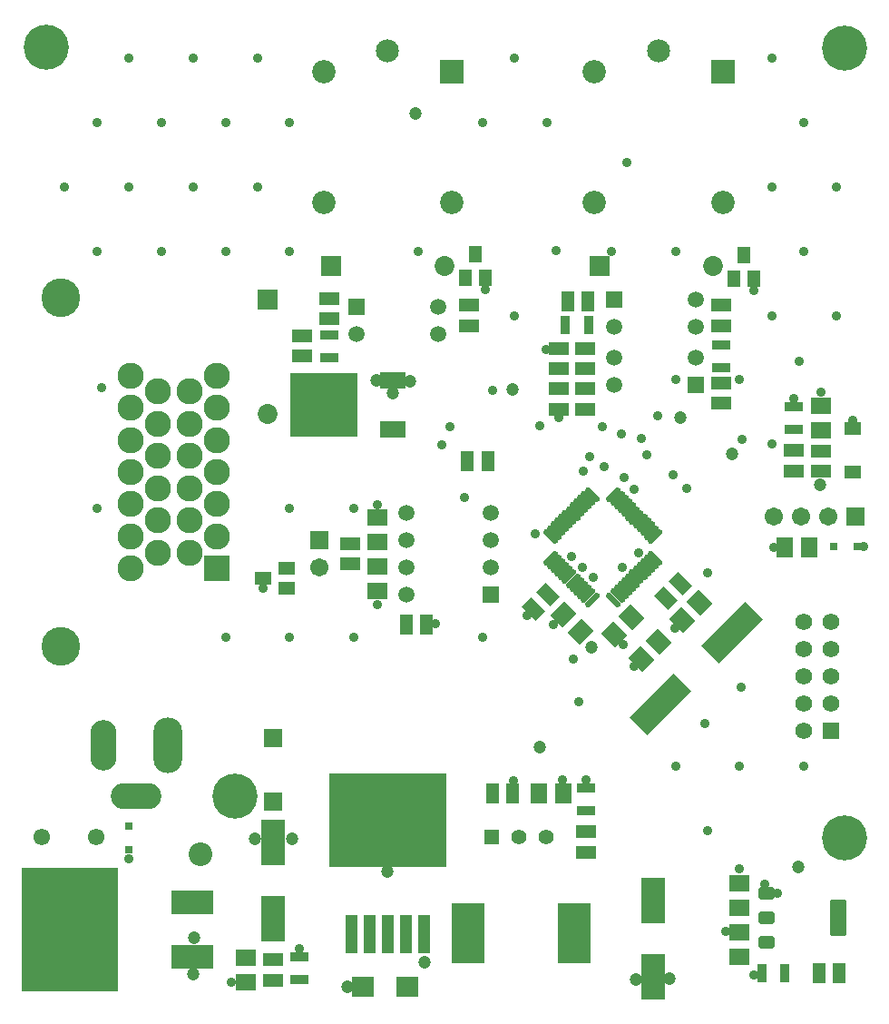
<source format=gbr>
%TF.GenerationSoftware,Altium Limited,Altium Designer,21.8.1 (53)*%
G04 Layer_Color=8388736*
%FSLAX45Y45*%
%MOMM*%
%TF.SameCoordinates,385564F4-8892-4696-B1AD-25C4AC7C7797*%
%TF.FilePolarity,Negative*%
%TF.FileFunction,Soldermask,Top*%
%TF.Part,Single*%
G01*
G75*
%TA.AperFunction,SMDPad,CuDef*%
G04:AMPARAMS|DCode=106|XSize=1.6032mm|YSize=1.9032mm|CornerRadius=0mm|HoleSize=0mm|Usage=FLASHONLY|Rotation=225.000|XOffset=0mm|YOffset=0mm|HoleType=Round|Shape=Rectangle|*
%AMROTATEDRECTD106*
4,1,4,-0.10607,1.23970,1.23970,-0.10607,0.10607,-1.23970,-1.23970,0.10607,-0.10607,1.23970,0.0*
%
%ADD106ROTATEDRECTD106*%

G04:AMPARAMS|DCode=107|XSize=1.6032mm|YSize=1.9032mm|CornerRadius=0mm|HoleSize=0mm|Usage=FLASHONLY|Rotation=315.000|XOffset=0mm|YOffset=0mm|HoleType=Round|Shape=Rectangle|*
%AMROTATEDRECTD107*
4,1,4,-1.23970,-0.10607,0.10607,1.23970,1.23970,0.10607,-0.10607,-1.23970,-1.23970,-0.10607,0.0*
%
%ADD107ROTATEDRECTD107*%

%ADD108R,1.90320X1.60320*%
%TA.AperFunction,ComponentPad*%
%ADD109C,1.51120*%
%ADD110R,1.51120X1.51120*%
%ADD111C,1.70320*%
%ADD112R,1.70320X1.70320*%
%ADD113C,1.57320*%
%ADD114R,1.57320X1.57320*%
%ADD115C,1.85320*%
%ADD116R,1.85320X1.85320*%
%ADD117R,2.18320X2.18320*%
%ADD118C,2.13820*%
%ADD119C,2.18320*%
%ADD120R,2.45320X2.45320*%
%ADD121C,2.45320*%
%ADD122C,3.60320*%
%ADD123R,1.70320X1.70320*%
%ADD124C,1.55320*%
%ADD125R,1.85320X1.85320*%
%ADD126R,1.42120X1.42120*%
%ADD127C,1.42120*%
%ADD128O,2.70320X5.20320*%
%ADD129O,4.70320X2.45320*%
%ADD130O,2.45320X4.70320*%
%TA.AperFunction,WasherPad*%
%ADD131C,4.20320*%
%TA.AperFunction,ViaPad*%
%ADD132C,0.90320*%
%ADD133C,1.20320*%
%ADD134C,2.20320*%
%TA.AperFunction,ConnectorPad*%
%ADD144R,1.20320X1.90320*%
%TA.AperFunction,SMDPad,CuDef*%
%ADD145R,1.72720X1.72720*%
G04:AMPARAMS|DCode=146|XSize=0.4832mm|YSize=1.7632mm|CornerRadius=0.1716mm|HoleSize=0mm|Usage=FLASHONLY|Rotation=225.000|XOffset=0mm|YOffset=0mm|HoleType=Round|Shape=RoundedRectangle|*
%AMROUNDEDRECTD146*
21,1,0.48320,1.42000,0,0,225.0*
21,1,0.14000,1.76320,0,0,225.0*
1,1,0.34320,-0.55154,0.45255*
1,1,0.34320,-0.45255,0.55154*
1,1,0.34320,0.55154,-0.45255*
1,1,0.34320,0.45255,-0.55154*
%
%ADD146ROUNDEDRECTD146*%
G04:AMPARAMS|DCode=147|XSize=0.4832mm|YSize=1.7632mm|CornerRadius=0.1716mm|HoleSize=0mm|Usage=FLASHONLY|Rotation=135.000|XOffset=0mm|YOffset=0mm|HoleType=Round|Shape=RoundedRectangle|*
%AMROUNDEDRECTD147*
21,1,0.48320,1.42000,0,0,135.0*
21,1,0.14000,1.76320,0,0,135.0*
1,1,0.34320,0.45255,0.55154*
1,1,0.34320,0.55154,0.45255*
1,1,0.34320,-0.45255,-0.55154*
1,1,0.34320,-0.55154,-0.45255*
%
%ADD147ROUNDEDRECTD147*%
G04:AMPARAMS|DCode=148|XSize=5.8032mm|YSize=2.3032mm|CornerRadius=0mm|HoleSize=0mm|Usage=FLASHONLY|Rotation=225.000|XOffset=0mm|YOffset=0mm|HoleType=Round|Shape=Rectangle|*
%AMROTATEDRECTD148*
4,1,4,1.23744,2.86604,2.86604,1.23744,-1.23744,-2.86604,-2.86604,-1.23744,1.23744,2.86604,0.0*
%
%ADD148ROTATEDRECTD148*%

%ADD149R,3.09880X5.61340*%
%ADD150R,0.80320X0.80320*%
%ADD151R,1.60320X1.15320*%
%ADD152R,0.80320X0.80320*%
%ADD153R,1.60320X1.20320*%
%ADD154R,1.20320X1.60320*%
%ADD155R,1.90320X1.20320*%
%ADD156R,1.65100X0.96520*%
%ADD157R,0.96520X1.65100*%
%ADD158R,1.20320X1.90320*%
G04:AMPARAMS|DCode=159|XSize=1.2032mm|YSize=1.9032mm|CornerRadius=0mm|HoleSize=0mm|Usage=FLASHONLY|Rotation=45.000|XOffset=0mm|YOffset=0mm|HoleType=Round|Shape=Rectangle|*
%AMROTATEDRECTD159*
4,1,4,0.24749,-1.09828,-1.09828,0.24749,-0.24749,1.09828,1.09828,-0.24749,0.24749,-1.09828,0.0*
%
%ADD159ROTATEDRECTD159*%

G04:AMPARAMS|DCode=160|XSize=1.1332mm|YSize=1.5132mm|CornerRadius=0.17135mm|HoleSize=0mm|Usage=FLASHONLY|Rotation=270.000|XOffset=0mm|YOffset=0mm|HoleType=Round|Shape=RoundedRectangle|*
%AMROUNDEDRECTD160*
21,1,1.13320,1.17050,0,0,270.0*
21,1,0.79050,1.51320,0,0,270.0*
1,1,0.34270,-0.58525,-0.39525*
1,1,0.34270,-0.58525,0.39525*
1,1,0.34270,0.58525,0.39525*
1,1,0.34270,0.58525,-0.39525*
%
%ADD160ROUNDEDRECTD160*%
G04:AMPARAMS|DCode=161|XSize=3.4432mm|YSize=1.5132mm|CornerRadius=0.19985mm|HoleSize=0mm|Usage=FLASHONLY|Rotation=270.000|XOffset=0mm|YOffset=0mm|HoleType=Round|Shape=RoundedRectangle|*
%AMROUNDEDRECTD161*
21,1,3.44320,1.11350,0,0,270.0*
21,1,3.04350,1.51320,0,0,270.0*
1,1,0.39970,-0.55675,-1.52175*
1,1,0.39970,-0.55675,1.52175*
1,1,0.39970,0.55675,1.52175*
1,1,0.39970,0.55675,-1.52175*
%
%ADD161ROUNDEDRECTD161*%
%ADD162R,1.60320X1.90320*%
%ADD163R,2.49320X1.60320*%
%ADD164R,6.38320X5.89320*%
%TA.AperFunction,ConnectorPad*%
%ADD165R,1.90320X1.20320*%
%TA.AperFunction,SMDPad,CuDef*%
%ADD166R,4.01320X2.28320*%
%ADD167R,9.09320X11.63320*%
%ADD168R,2.00320X1.90320*%
%ADD169R,2.20320X4.20320*%
G36*
X4017000Y1313000D02*
X2933000D01*
Y2187000D01*
X4017000D01*
Y1313000D01*
D02*
G37*
G36*
X3872000Y513000D02*
X3758000D01*
Y867000D01*
X3872000D01*
Y513000D01*
D02*
G37*
G36*
X3702000D02*
X3588000D01*
Y867000D01*
X3702000D01*
Y513000D01*
D02*
G37*
G36*
X3532000D02*
X3418000D01*
Y867000D01*
X3532000D01*
Y513000D01*
D02*
G37*
G36*
X3362000D02*
X3248000D01*
Y867000D01*
X3362000D01*
Y513000D01*
D02*
G37*
G36*
X3192000D02*
X3078000D01*
Y867000D01*
X3192000D01*
Y513000D01*
D02*
G37*
D106*
X5588000Y3487420D02*
D03*
X5749645Y3649065D02*
D03*
X6225998Y3619958D02*
D03*
X6387642Y3781602D02*
D03*
X5844998Y3254198D02*
D03*
X6006642Y3415842D02*
D03*
D107*
X5110938Y3669842D02*
D03*
X5272582Y3508198D02*
D03*
D108*
X6753860Y1168400D02*
D03*
Y939800D02*
D03*
X6756400Y480060D02*
D03*
Y708660D02*
D03*
X3378200Y3891280D02*
D03*
Y4119880D02*
D03*
X3377920Y4345860D02*
D03*
Y4574460D02*
D03*
X7515860Y5392420D02*
D03*
Y5621020D02*
D03*
X2149828Y470049D02*
D03*
Y241449D02*
D03*
D109*
X3651479Y4112520D02*
D03*
Y4366520D02*
D03*
Y3858520D02*
D03*
Y4620520D02*
D03*
X4438480D02*
D03*
Y4112520D02*
D03*
Y4366520D02*
D03*
X3947600Y6289300D02*
D03*
X3185600D02*
D03*
X3947600Y6543300D02*
D03*
X5588000Y6065520D02*
D03*
X6350000D02*
D03*
X5588000Y5811520D02*
D03*
X6348972Y6352000D02*
D03*
X5586972D02*
D03*
X6348972Y6606000D02*
D03*
D110*
X4438480Y3858520D02*
D03*
X3185600Y6543300D02*
D03*
X6350000Y5811520D02*
D03*
X5586972Y6606000D02*
D03*
D111*
X7073900Y4584700D02*
D03*
X7327900D02*
D03*
X7581900D02*
D03*
X2834640Y4107180D02*
D03*
D112*
X7835900Y4584700D02*
D03*
D113*
X7353300Y3601720D02*
D03*
X7607300D02*
D03*
X7353300Y3347720D02*
D03*
X7607300D02*
D03*
X7353300Y3093720D02*
D03*
X7607300D02*
D03*
X7353300Y2839720D02*
D03*
X7607300D02*
D03*
X7353300Y2585720D02*
D03*
D114*
X7607300D02*
D03*
D115*
X6511576Y6925000D02*
D03*
X2350000Y5545000D02*
D03*
X4005000Y6925000D02*
D03*
D116*
X5451576Y6925000D02*
D03*
X2945000Y6925000D02*
D03*
D117*
X6600040Y8730780D02*
D03*
X4075000D02*
D03*
D118*
X6000040Y8930780D02*
D03*
X3475000D02*
D03*
D119*
X5400040Y8730780D02*
D03*
Y7510780D02*
D03*
X6600040D02*
D03*
X4075000D02*
D03*
X2875000D02*
D03*
Y8730780D02*
D03*
D120*
X1875000Y4100000D02*
D03*
D121*
Y4400000D02*
D03*
Y4700000D02*
D03*
Y5000000D02*
D03*
Y5300000D02*
D03*
Y5600000D02*
D03*
Y5900000D02*
D03*
X1625000Y4250000D02*
D03*
Y4550000D02*
D03*
Y4850000D02*
D03*
Y5150000D02*
D03*
Y5450000D02*
D03*
Y5750000D02*
D03*
X1325000Y4250000D02*
D03*
Y4550000D02*
D03*
Y4850000D02*
D03*
Y5150000D02*
D03*
Y5450000D02*
D03*
Y5750000D02*
D03*
X1075000Y4100000D02*
D03*
Y4400000D02*
D03*
Y4700000D02*
D03*
Y5000000D02*
D03*
Y5300000D02*
D03*
Y5600000D02*
D03*
Y5900000D02*
D03*
D122*
X425000Y3375000D02*
D03*
Y6625000D02*
D03*
D123*
X2834640Y4361180D02*
D03*
D124*
X246000Y1600000D02*
D03*
X754000D02*
D03*
D125*
X2350000Y6605000D02*
D03*
D126*
X4443800Y1600200D02*
D03*
D127*
X4697800D02*
D03*
X4951800D02*
D03*
D128*
X1425000Y2450000D02*
D03*
D129*
X1125000Y1980000D02*
D03*
D130*
X825000Y2450000D02*
D03*
D131*
X2052320Y1978660D02*
D03*
X7734296Y1587500D02*
D03*
X287434Y8962857D02*
D03*
X7734296Y8956307D02*
D03*
D132*
X7109460Y1071880D02*
D03*
X805357Y5785468D02*
D03*
X6774357Y2994008D02*
D03*
X6433997Y2658728D02*
D03*
X7312837Y6031848D02*
D03*
X4054017Y5419708D02*
D03*
X4452797Y5765148D02*
D03*
X4894757Y5434948D02*
D03*
X5476417Y5424788D02*
D03*
X5844717Y5310488D02*
D03*
X5997117Y5526388D02*
D03*
X6784517Y5307948D02*
D03*
X6136817Y4975208D02*
D03*
X5359577Y5145388D02*
D03*
X5290997Y4114148D02*
D03*
X5209717Y3253088D02*
D03*
X3378200Y4699000D02*
D03*
X5046361Y7067621D02*
D03*
X5560001Y7060001D02*
D03*
X7060001Y6460001D02*
D03*
X1960000Y7060001D02*
D03*
X4360001Y3460001D02*
D03*
X2560000Y7060001D02*
D03*
X7360001D02*
D03*
X3160001Y3460001D02*
D03*
X2560000Y4660001D02*
D03*
X6760001Y5860001D02*
D03*
X1960000Y8260001D02*
D03*
X760000Y7060001D02*
D03*
X3160001Y4660001D02*
D03*
X6460001Y4060001D02*
D03*
X460000Y7660001D02*
D03*
X6160001Y5860001D02*
D03*
X6460001Y1660000D02*
D03*
X1360000Y7060001D02*
D03*
X1060000Y8860001D02*
D03*
X7660001Y6460001D02*
D03*
X7360001Y8260001D02*
D03*
X4660001Y8860001D02*
D03*
X1060000Y7660001D02*
D03*
X7060001D02*
D03*
X1960000Y3460001D02*
D03*
X5260001Y2860001D02*
D03*
X7360001Y2260001D02*
D03*
X4660001Y6460001D02*
D03*
X1660000Y7660001D02*
D03*
Y8860001D02*
D03*
X2260001D02*
D03*
X6160001Y7060001D02*
D03*
X760000Y8260001D02*
D03*
X2560000D02*
D03*
X7060001Y8860001D02*
D03*
X1360000Y8260001D02*
D03*
X2260001Y7660001D02*
D03*
X7060001Y5260001D02*
D03*
X4960001Y8260001D02*
D03*
X6160001Y2260001D02*
D03*
X4360001Y8260001D02*
D03*
X3760001Y7060001D02*
D03*
X760000Y4660001D02*
D03*
X7660001Y7660001D02*
D03*
X6760001Y2260001D02*
D03*
X2560000Y3460001D02*
D03*
X5707380Y7889240D02*
D03*
X2016760Y241300D02*
D03*
X6893560Y309880D02*
D03*
X5328920Y2131060D02*
D03*
X7813421Y5482992D02*
D03*
X6268720Y4846320D02*
D03*
X6891020Y6695440D02*
D03*
X5189220Y4211320D02*
D03*
X4853940Y4422140D02*
D03*
X5664200Y4114800D02*
D03*
X5816600Y4246880D02*
D03*
X5656580Y5356860D02*
D03*
X4386580Y6705600D02*
D03*
X5067300Y5504180D02*
D03*
X2651760Y551180D02*
D03*
X5671820Y3393440D02*
D03*
X5776483Y4836160D02*
D03*
X4188460Y4765040D02*
D03*
X2310620Y3915900D02*
D03*
X1056640Y1390040D02*
D03*
X7914540Y4305300D02*
D03*
X5295900Y5008880D02*
D03*
X5024120Y3581400D02*
D03*
X6753860Y1304100D02*
D03*
X6154155Y3548116D02*
D03*
X3380740Y3766820D02*
D03*
X3916680Y3583940D02*
D03*
X4775071Y3665091D02*
D03*
X5770616Y3184896D02*
D03*
X5895340Y5161280D02*
D03*
X7081520Y4300220D02*
D03*
X6626860Y713740D02*
D03*
X6990080Y1158240D02*
D03*
X4950460Y6141720D02*
D03*
X5102860Y2125980D02*
D03*
X4645660Y2120900D02*
D03*
X7515860Y5748020D02*
D03*
X7266940Y5689600D02*
D03*
X5491480Y5054600D02*
D03*
X5679440Y4953000D02*
D03*
X5394960Y4020820D02*
D03*
X3980180Y5257800D02*
D03*
X3462500Y1575000D02*
D03*
Y2000000D02*
D03*
X3681250D02*
D03*
Y1575000D02*
D03*
X3900000D02*
D03*
Y2000000D02*
D03*
X3243750Y1575000D02*
D03*
X3025000D02*
D03*
Y2000000D02*
D03*
X3243750D02*
D03*
D133*
X2235200Y1582420D02*
D03*
X2578100D02*
D03*
X3469640Y1272540D02*
D03*
X3365500Y5852160D02*
D03*
X3680460Y5849620D02*
D03*
X3520440Y5735320D02*
D03*
X2400300Y2524700D02*
D03*
X3736340Y8341107D02*
D03*
X7305040Y1313180D02*
D03*
X4643120Y5773420D02*
D03*
X5788660Y269240D02*
D03*
X6101080Y271780D02*
D03*
X3817620Y431800D02*
D03*
X3096260Y198120D02*
D03*
X6685280Y5171440D02*
D03*
X1661000Y316600D02*
D03*
X1663700Y660400D02*
D03*
X4889500Y2433320D02*
D03*
X5374640Y3368040D02*
D03*
X7513320Y4881880D02*
D03*
X6207760Y5506720D02*
D03*
X2400300Y1924700D02*
D03*
D134*
X1725000Y1434130D02*
D03*
D144*
X4407920Y5102860D02*
D03*
X4217920D02*
D03*
X4452755Y2000530D02*
D03*
X4642755D02*
D03*
D145*
X2400300Y2521600D02*
D03*
Y1924700D02*
D03*
D146*
X5582436Y3810195D02*
D03*
X5617791Y3845550D02*
D03*
X5653147Y3880906D02*
D03*
X5688502Y3916261D02*
D03*
X5723857Y3951616D02*
D03*
X5759213Y3986972D02*
D03*
X5794568Y4022327D02*
D03*
X5829924Y4057682D02*
D03*
X5865279Y4093038D02*
D03*
X5900633Y4128392D02*
D03*
X5935990Y4163749D02*
D03*
X5971345Y4199104D02*
D03*
X5380204Y4790245D02*
D03*
X5344849Y4754890D02*
D03*
X5309493Y4719534D02*
D03*
X5274138Y4684179D02*
D03*
X5238783Y4648824D02*
D03*
X5203427Y4613468D02*
D03*
X5168072Y4578113D02*
D03*
X5132716Y4542758D02*
D03*
X5097361Y4507402D02*
D03*
X5062007Y4472048D02*
D03*
X5026650Y4436691D02*
D03*
X4991295Y4401336D02*
D03*
D147*
X5971345D02*
D03*
X5935990Y4436691D02*
D03*
X5900634Y4472047D02*
D03*
X5865279Y4507402D02*
D03*
X5829924Y4542757D02*
D03*
X5794568Y4578113D02*
D03*
X5759213Y4613468D02*
D03*
X5723858Y4648824D02*
D03*
X5688502Y4684179D02*
D03*
X5653148Y4719533D02*
D03*
X5617791Y4754890D02*
D03*
X5582436Y4790245D02*
D03*
X4991295Y4199104D02*
D03*
X5026650Y4163749D02*
D03*
X5062006Y4128393D02*
D03*
X5097361Y4093038D02*
D03*
X5132716Y4057683D02*
D03*
X5168072Y4022327D02*
D03*
X5203427Y3986972D02*
D03*
X5238782Y3951616D02*
D03*
X5274138Y3916261D02*
D03*
X5309492Y3880907D02*
D03*
X5344849Y3845550D02*
D03*
X5380204Y3810195D02*
D03*
D148*
X6019204Y2834044D02*
D03*
X6690956Y3505796D02*
D03*
D149*
X4227900Y698500D02*
D03*
X5218500D02*
D03*
D150*
X1056640Y1480040D02*
D03*
Y1700040D02*
D03*
D151*
X7813421Y5406192D02*
D03*
Y4999792D02*
D03*
D152*
X7639540Y4305300D02*
D03*
X7859540D02*
D03*
D153*
X2310620Y4008120D02*
D03*
X2530620Y4103120D02*
D03*
Y3913120D02*
D03*
D154*
X6799580Y7026420D02*
D03*
X6894580Y6806420D02*
D03*
X6704580D02*
D03*
X4197600Y6814040D02*
D03*
X4387600D02*
D03*
X4292600Y7034040D02*
D03*
D155*
X6586440Y6366760D02*
D03*
Y6556760D02*
D03*
Y5640760D02*
D03*
Y5830760D02*
D03*
X5320000Y6152340D02*
D03*
Y5962340D02*
D03*
X5070000Y6152340D02*
D03*
Y5962340D02*
D03*
X5067300Y5586980D02*
D03*
Y5776980D02*
D03*
X5320000Y5587340D02*
D03*
Y5777340D02*
D03*
X5325000Y1645000D02*
D03*
Y1455000D02*
D03*
X4236720Y6556760D02*
D03*
Y6366760D02*
D03*
X3125380Y4334840D02*
D03*
Y4144840D02*
D03*
X7515860Y5005320D02*
D03*
Y5195320D02*
D03*
X2675000Y6080000D02*
D03*
Y6270000D02*
D03*
X7266940Y5200400D02*
D03*
Y5010400D02*
D03*
D156*
X6586440Y5972460D02*
D03*
Y6185820D02*
D03*
X7266940Y5400040D02*
D03*
Y5613400D02*
D03*
X2925000Y6281680D02*
D03*
Y6068320D02*
D03*
X5325000Y2056680D02*
D03*
Y1843320D02*
D03*
X2650000Y268320D02*
D03*
Y481680D02*
D03*
D157*
X5133340Y6370320D02*
D03*
X5346700D02*
D03*
X6964020Y322780D02*
D03*
X7177380D02*
D03*
D158*
X5344140Y6590240D02*
D03*
X5154140D02*
D03*
X3646420Y3581400D02*
D03*
X3836420D02*
D03*
X7690700Y322780D02*
D03*
X7500700D02*
D03*
D159*
X4967970Y3857990D02*
D03*
X4833620Y3723640D02*
D03*
X6206355Y3955915D02*
D03*
X6072005Y3821565D02*
D03*
D160*
X7007200Y614380D02*
D03*
Y843380D02*
D03*
Y1072380D02*
D03*
D161*
X7676200Y843380D02*
D03*
D162*
X7411720Y4300220D02*
D03*
X7183120D02*
D03*
X4885700Y2000000D02*
D03*
X5114300D02*
D03*
D163*
X3519000Y5853500D02*
D03*
Y5396500D02*
D03*
D164*
X2875500Y5625000D02*
D03*
D165*
X2925000Y6620000D02*
D03*
Y6430000D02*
D03*
X2400000Y261500D02*
D03*
Y451500D02*
D03*
D166*
X1651000Y482600D02*
D03*
Y990600D02*
D03*
D167*
X508000Y736600D02*
D03*
D168*
X3655000Y200000D02*
D03*
X3245000D02*
D03*
D169*
X5950000Y1000000D02*
D03*
Y290000D02*
D03*
X2400300Y838800D02*
D03*
Y1548800D02*
D03*
%TF.MD5,47c317f0c824e54d28399247e8037197*%
M02*

</source>
